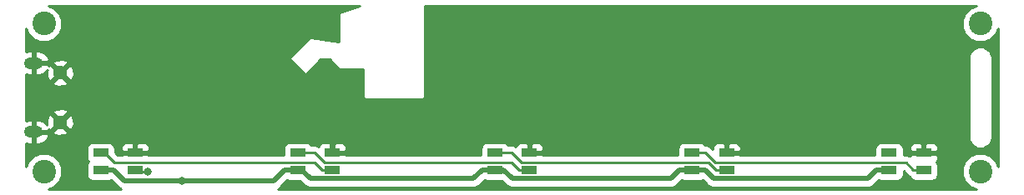
<source format=gtl>
G04 #@! TF.GenerationSoftware,KiCad,Pcbnew,(5.0.1-3-g963ef8bb5)*
G04 #@! TF.CreationDate,2019-09-07T00:25:15+09:00*
G04 #@! TF.ProjectId,switch42,73776974636834322E6B696361645F70,rev?*
G04 #@! TF.SameCoordinates,Original*
G04 #@! TF.FileFunction,Copper,L1,Top,Signal*
G04 #@! TF.FilePolarity,Positive*
%FSLAX46Y46*%
G04 Gerber Fmt 4.6, Leading zero omitted, Abs format (unit mm)*
G04 Created by KiCad (PCBNEW (5.0.1-3-g963ef8bb5)) date 2019 September 07, Saturday 00:25:15*
%MOMM*%
%LPD*%
G01*
G04 APERTURE LIST*
G04 #@! TA.AperFunction,ComponentPad*
%ADD10C,1.450000*%
G04 #@! TD*
G04 #@! TA.AperFunction,ComponentPad*
%ADD11O,1.900000X1.200000*%
G04 #@! TD*
G04 #@! TA.AperFunction,SMDPad,CuDef*
%ADD12R,1.600000X0.850000*%
G04 #@! TD*
G04 #@! TA.AperFunction,WasherPad*
%ADD13C,2.400000*%
G04 #@! TD*
G04 #@! TA.AperFunction,ViaPad*
%ADD14C,0.800000*%
G04 #@! TD*
G04 #@! TA.AperFunction,Conductor*
%ADD15C,0.500000*%
G04 #@! TD*
G04 #@! TA.AperFunction,Conductor*
%ADD16C,0.250000*%
G04 #@! TD*
G04 #@! TA.AperFunction,Conductor*
%ADD17C,0.254000*%
G04 #@! TD*
G04 APERTURE END LIST*
D10*
G04 #@! TO.P,J1,6*
G04 #@! TO.N,GND*
X64919300Y-57077000D03*
X64919300Y-52077000D03*
D11*
X62219300Y-58077000D03*
X62219300Y-51077000D03*
G04 #@! TD*
D12*
G04 #@! TO.P,D1,1*
G04 #@! TO.N,Net-(D1-Pad1)*
X69006800Y-60202000D03*
G04 #@! TO.P,D1,2*
G04 #@! TO.N,UVCC*
X69006800Y-61952000D03*
G04 #@! TO.P,D1,4*
G04 #@! TO.N,GND*
X72506800Y-60202000D03*
G04 #@! TO.P,D1,3*
G04 #@! TO.N,LED*
X72506800Y-61952000D03*
G04 #@! TD*
G04 #@! TO.P,D2,3*
G04 #@! TO.N,Net-(D1-Pad1)*
X92506800Y-61952000D03*
G04 #@! TO.P,D2,4*
G04 #@! TO.N,GND*
X92506800Y-60202000D03*
G04 #@! TO.P,D2,2*
G04 #@! TO.N,UVCC*
X89006800Y-61952000D03*
G04 #@! TO.P,D2,1*
G04 #@! TO.N,Net-(D2-Pad1)*
X89006800Y-60202000D03*
G04 #@! TD*
G04 #@! TO.P,D3,1*
G04 #@! TO.N,Net-(D3-Pad1)*
X109006800Y-60202000D03*
G04 #@! TO.P,D3,2*
G04 #@! TO.N,UVCC*
X109006800Y-61952000D03*
G04 #@! TO.P,D3,4*
G04 #@! TO.N,GND*
X112506800Y-60202000D03*
G04 #@! TO.P,D3,3*
G04 #@! TO.N,Net-(D2-Pad1)*
X112506800Y-61952000D03*
G04 #@! TD*
G04 #@! TO.P,D4,3*
G04 #@! TO.N,Net-(D3-Pad1)*
X132506800Y-61952000D03*
G04 #@! TO.P,D4,4*
G04 #@! TO.N,GND*
X132506800Y-60202000D03*
G04 #@! TO.P,D4,2*
G04 #@! TO.N,UVCC*
X129006800Y-61952000D03*
G04 #@! TO.P,D4,1*
G04 #@! TO.N,Net-(D4-Pad1)*
X129006800Y-60202000D03*
G04 #@! TD*
G04 #@! TO.P,D5,1*
G04 #@! TO.N,Net-(D5-Pad1)*
X149006800Y-60202000D03*
G04 #@! TO.P,D5,2*
G04 #@! TO.N,UVCC*
X149006800Y-61952000D03*
G04 #@! TO.P,D5,4*
G04 #@! TO.N,GND*
X152506800Y-60202000D03*
G04 #@! TO.P,D5,3*
G04 #@! TO.N,Net-(D4-Pad1)*
X152506800Y-61952000D03*
G04 #@! TD*
D13*
G04 #@! TO.P,Ref\002A\002A,*
G04 #@! TO.N,*
X158256800Y-47077000D03*
G04 #@! TD*
G04 #@! TO.P,Ref\002A\002A,*
G04 #@! TO.N,*
X158256800Y-62077000D03*
G04 #@! TD*
G04 #@! TO.P,Ref\002A\002A,*
G04 #@! TO.N,*
X63256800Y-47077000D03*
G04 #@! TD*
G04 #@! TO.P,Ref\002A\002A,*
G04 #@! TO.N,*
X63256800Y-62077000D03*
G04 #@! TD*
D14*
G04 #@! TO.N,UVCC*
X77256800Y-63077000D03*
G04 #@! TO.N,LED*
X73756800Y-62077000D03*
G04 #@! TO.N,GND*
X93808621Y-57577000D03*
G04 #@! TD*
D15*
G04 #@! TO.N,UVCC*
X69006800Y-61952000D02*
X69381800Y-61952000D01*
X69006800Y-61952000D02*
X68631800Y-61952000D01*
X87706800Y-61952000D02*
X89006800Y-61952000D01*
X70306800Y-61952000D02*
X71431800Y-63077000D01*
X86581800Y-63077000D02*
X87706800Y-61952000D01*
X69006800Y-61952000D02*
X70306800Y-61952000D01*
X107706800Y-61952000D02*
X109006800Y-61952000D01*
X90256801Y-62827001D02*
X106831799Y-62827001D01*
X106831799Y-62827001D02*
X107706800Y-61952000D01*
X89381800Y-61952000D02*
X90256801Y-62827001D01*
X89006800Y-61952000D02*
X89381800Y-61952000D01*
X126831799Y-62827001D02*
X127706800Y-61952000D01*
X110756801Y-62827001D02*
X126831799Y-62827001D01*
X109881800Y-61952000D02*
X110756801Y-62827001D01*
X127706800Y-61952000D02*
X129006800Y-61952000D01*
X109006800Y-61952000D02*
X109881800Y-61952000D01*
X147706800Y-61952000D02*
X149006800Y-61952000D01*
X131181801Y-62827001D02*
X146831799Y-62827001D01*
X130306800Y-61952000D02*
X131181801Y-62827001D01*
X146831799Y-62827001D02*
X147706800Y-61952000D01*
X129006800Y-61952000D02*
X130306800Y-61952000D01*
X77256800Y-63077000D02*
X86581800Y-63077000D01*
X71431800Y-63077000D02*
X77256800Y-63077000D01*
D16*
G04 #@! TO.N,LED*
X72631800Y-62077000D02*
X72506800Y-61952000D01*
X73756800Y-62077000D02*
X72631800Y-62077000D01*
D15*
G04 #@! TO.N,GND*
X92506800Y-58878821D02*
X93808621Y-57577000D01*
X92506800Y-60202000D02*
X92506800Y-58878821D01*
D16*
G04 #@! TO.N,Net-(D1-Pad1)*
X91456800Y-61952000D02*
X92506800Y-61952000D01*
X70381799Y-61201999D02*
X90706799Y-61201999D01*
X90706799Y-61201999D02*
X91456800Y-61952000D01*
X69381800Y-60202000D02*
X70381799Y-61201999D01*
X69006800Y-60202000D02*
X69381800Y-60202000D01*
G04 #@! TO.N,Net-(D2-Pad1)*
X111456800Y-61952000D02*
X112506800Y-61952000D01*
X91696797Y-61201999D02*
X110706799Y-61201999D01*
X90696798Y-60202000D02*
X91696797Y-61201999D01*
X110706799Y-61201999D02*
X111456800Y-61952000D01*
X89006800Y-60202000D02*
X90696798Y-60202000D01*
G04 #@! TO.N,Net-(D3-Pad1)*
X131456800Y-61952000D02*
X132506800Y-61952000D01*
X111696797Y-61201999D02*
X130706799Y-61201999D01*
X130706799Y-61201999D02*
X131456800Y-61952000D01*
X110696798Y-60202000D02*
X111696797Y-61201999D01*
X109006800Y-60202000D02*
X110696798Y-60202000D01*
G04 #@! TO.N,Net-(D4-Pad1)*
X151456800Y-61952000D02*
X152506800Y-61952000D01*
X150706799Y-61201999D02*
X151456800Y-61952000D01*
X130343210Y-60202000D02*
X131343209Y-61201999D01*
X131343209Y-61201999D02*
X150706799Y-61201999D01*
X129006800Y-60202000D02*
X130343210Y-60202000D01*
G04 #@! TD*
D17*
G04 #@! TO.N,GND*
G36*
X93216639Y-45956517D02*
X93166997Y-45987197D01*
X93139467Y-46028399D01*
X93129800Y-46077000D01*
X93129800Y-48927082D01*
X90277679Y-48451728D01*
X90208199Y-48459667D01*
X90166997Y-48487197D01*
X88166997Y-50487197D01*
X88139467Y-50528399D01*
X88129800Y-50577000D01*
X88139467Y-50625601D01*
X88166997Y-50666803D01*
X89666997Y-52166803D01*
X89708199Y-52194333D01*
X89756800Y-52204000D01*
X89805401Y-52194333D01*
X89846603Y-52166803D01*
X91309406Y-50704000D01*
X92204194Y-50704000D01*
X93166997Y-51666803D01*
X93208199Y-51694333D01*
X93256800Y-51704000D01*
X95629800Y-51704000D01*
X95629800Y-54577000D01*
X95639467Y-54625601D01*
X95666997Y-54666803D01*
X95708199Y-54694333D01*
X95756800Y-54704000D01*
X101756800Y-54704000D01*
X101805401Y-54694333D01*
X101846603Y-54666803D01*
X101874133Y-54625601D01*
X101883800Y-54577000D01*
X101883800Y-45272000D01*
X157819370Y-45272000D01*
X157217356Y-45521362D01*
X156701162Y-46037556D01*
X156421800Y-46711996D01*
X156421800Y-47442004D01*
X156701162Y-48116444D01*
X157217356Y-48632638D01*
X157891796Y-48912000D01*
X158621804Y-48912000D01*
X159296244Y-48632638D01*
X159812438Y-48116444D01*
X160061801Y-47514428D01*
X160061800Y-61639570D01*
X159812438Y-61037556D01*
X159296244Y-60521362D01*
X158621804Y-60242000D01*
X157891796Y-60242000D01*
X157217356Y-60521362D01*
X156701162Y-61037556D01*
X156421800Y-61711996D01*
X156421800Y-62442004D01*
X156701162Y-63116444D01*
X157217356Y-63632638D01*
X157819370Y-63882000D01*
X86969991Y-63882000D01*
X87219849Y-63715049D01*
X87269225Y-63641153D01*
X87944760Y-62965619D01*
X87959035Y-62975157D01*
X88206800Y-63024440D01*
X89202661Y-63024440D01*
X89569378Y-63391157D01*
X89618752Y-63465050D01*
X89692645Y-63514424D01*
X89692646Y-63514425D01*
X89789464Y-63579117D01*
X89911491Y-63660653D01*
X90169636Y-63712001D01*
X90169640Y-63712001D01*
X90256800Y-63729338D01*
X90343960Y-63712001D01*
X106744638Y-63712001D01*
X106831799Y-63729338D01*
X106918960Y-63712001D01*
X106918964Y-63712001D01*
X107177109Y-63660653D01*
X107469848Y-63465050D01*
X107519224Y-63391154D01*
X107944760Y-62965619D01*
X107959035Y-62975157D01*
X108206800Y-63024440D01*
X109702661Y-63024440D01*
X110069378Y-63391157D01*
X110118752Y-63465050D01*
X110192645Y-63514424D01*
X110192646Y-63514425D01*
X110289464Y-63579117D01*
X110411491Y-63660653D01*
X110669636Y-63712001D01*
X110669640Y-63712001D01*
X110756800Y-63729338D01*
X110843960Y-63712001D01*
X126744638Y-63712001D01*
X126831799Y-63729338D01*
X126918960Y-63712001D01*
X126918964Y-63712001D01*
X127177109Y-63660653D01*
X127469848Y-63465050D01*
X127519224Y-63391154D01*
X127944760Y-62965619D01*
X127959035Y-62975157D01*
X128206800Y-63024440D01*
X129806800Y-63024440D01*
X130054565Y-62975157D01*
X130068840Y-62965619D01*
X130494378Y-63391157D01*
X130543752Y-63465050D01*
X130617645Y-63514424D01*
X130617646Y-63514425D01*
X130714464Y-63579117D01*
X130836491Y-63660653D01*
X131094636Y-63712001D01*
X131094640Y-63712001D01*
X131181800Y-63729338D01*
X131268960Y-63712001D01*
X146744638Y-63712001D01*
X146831799Y-63729338D01*
X146918960Y-63712001D01*
X146918964Y-63712001D01*
X147177109Y-63660653D01*
X147469848Y-63465050D01*
X147519224Y-63391154D01*
X147944760Y-62965619D01*
X147959035Y-62975157D01*
X148206800Y-63024440D01*
X149806800Y-63024440D01*
X150054565Y-62975157D01*
X150264609Y-62834809D01*
X150404957Y-62624765D01*
X150454240Y-62377000D01*
X150454240Y-62024241D01*
X150866470Y-62436472D01*
X150908871Y-62499929D01*
X151119082Y-62640387D01*
X151248991Y-62834809D01*
X151459035Y-62975157D01*
X151706800Y-63024440D01*
X153306800Y-63024440D01*
X153554565Y-62975157D01*
X153764609Y-62834809D01*
X153904957Y-62624765D01*
X153954240Y-62377000D01*
X153954240Y-61527000D01*
X153904957Y-61279235D01*
X153764609Y-61069191D01*
X153763425Y-61068400D01*
X153845127Y-60986699D01*
X153941800Y-60753310D01*
X153941800Y-60487750D01*
X153783050Y-60329000D01*
X152633800Y-60329000D01*
X152633800Y-60349000D01*
X152379800Y-60349000D01*
X152379800Y-60329000D01*
X151230550Y-60329000D01*
X151071800Y-60487750D01*
X151071800Y-60531841D01*
X151003336Y-60486095D01*
X150781651Y-60441999D01*
X150781646Y-60441999D01*
X150706799Y-60427111D01*
X150631952Y-60441999D01*
X150454240Y-60441999D01*
X150454240Y-59777000D01*
X150429116Y-59650690D01*
X151071800Y-59650690D01*
X151071800Y-59916250D01*
X151230550Y-60075000D01*
X152379800Y-60075000D01*
X152379800Y-59300750D01*
X152633800Y-59300750D01*
X152633800Y-60075000D01*
X153783050Y-60075000D01*
X153941800Y-59916250D01*
X153941800Y-59650690D01*
X153845127Y-59417301D01*
X153666498Y-59238673D01*
X153433109Y-59142000D01*
X152792550Y-59142000D01*
X152633800Y-59300750D01*
X152379800Y-59300750D01*
X152221050Y-59142000D01*
X151580491Y-59142000D01*
X151347102Y-59238673D01*
X151168473Y-59417301D01*
X151071800Y-59650690D01*
X150429116Y-59650690D01*
X150404957Y-59529235D01*
X150264609Y-59319191D01*
X150054565Y-59178843D01*
X149806800Y-59129560D01*
X148206800Y-59129560D01*
X147959035Y-59178843D01*
X147748991Y-59319191D01*
X147608643Y-59529235D01*
X147559360Y-59777000D01*
X147559360Y-60441999D01*
X133896049Y-60441999D01*
X133783050Y-60329000D01*
X132633800Y-60329000D01*
X132633800Y-60349000D01*
X132379800Y-60349000D01*
X132379800Y-60329000D01*
X132359800Y-60329000D01*
X132359800Y-60075000D01*
X132379800Y-60075000D01*
X132379800Y-59300750D01*
X132633800Y-59300750D01*
X132633800Y-60075000D01*
X133783050Y-60075000D01*
X133941800Y-59916250D01*
X133941800Y-59650690D01*
X133845127Y-59417301D01*
X133666498Y-59238673D01*
X133433109Y-59142000D01*
X132792550Y-59142000D01*
X132633800Y-59300750D01*
X132379800Y-59300750D01*
X132221050Y-59142000D01*
X131580491Y-59142000D01*
X131347102Y-59238673D01*
X131168473Y-59417301D01*
X131071800Y-59650690D01*
X131071800Y-59855789D01*
X130933541Y-59717530D01*
X130891139Y-59654071D01*
X130639747Y-59486096D01*
X130418062Y-59442000D01*
X130418057Y-59442000D01*
X130343210Y-59427112D01*
X130337481Y-59428251D01*
X130264609Y-59319191D01*
X130054565Y-59178843D01*
X129806800Y-59129560D01*
X128206800Y-59129560D01*
X127959035Y-59178843D01*
X127748991Y-59319191D01*
X127608643Y-59529235D01*
X127559360Y-59777000D01*
X127559360Y-60441999D01*
X113896049Y-60441999D01*
X113783050Y-60329000D01*
X112633800Y-60329000D01*
X112633800Y-60349000D01*
X112379800Y-60349000D01*
X112379800Y-60329000D01*
X112359800Y-60329000D01*
X112359800Y-60075000D01*
X112379800Y-60075000D01*
X112379800Y-59300750D01*
X112633800Y-59300750D01*
X112633800Y-60075000D01*
X113783050Y-60075000D01*
X113941800Y-59916250D01*
X113941800Y-59650690D01*
X113845127Y-59417301D01*
X113666498Y-59238673D01*
X113433109Y-59142000D01*
X112792550Y-59142000D01*
X112633800Y-59300750D01*
X112379800Y-59300750D01*
X112221050Y-59142000D01*
X111580491Y-59142000D01*
X111347102Y-59238673D01*
X111168473Y-59417301D01*
X111108189Y-59562839D01*
X110993335Y-59486096D01*
X110771650Y-59442000D01*
X110771645Y-59442000D01*
X110696798Y-59427112D01*
X110621951Y-59442000D01*
X110346668Y-59442000D01*
X110264609Y-59319191D01*
X110054565Y-59178843D01*
X109806800Y-59129560D01*
X108206800Y-59129560D01*
X107959035Y-59178843D01*
X107748991Y-59319191D01*
X107608643Y-59529235D01*
X107559360Y-59777000D01*
X107559360Y-60441999D01*
X93896049Y-60441999D01*
X93783050Y-60329000D01*
X92633800Y-60329000D01*
X92633800Y-60349000D01*
X92379800Y-60349000D01*
X92379800Y-60329000D01*
X92359800Y-60329000D01*
X92359800Y-60075000D01*
X92379800Y-60075000D01*
X92379800Y-59300750D01*
X92633800Y-59300750D01*
X92633800Y-60075000D01*
X93783050Y-60075000D01*
X93941800Y-59916250D01*
X93941800Y-59650690D01*
X93845127Y-59417301D01*
X93666498Y-59238673D01*
X93433109Y-59142000D01*
X92792550Y-59142000D01*
X92633800Y-59300750D01*
X92379800Y-59300750D01*
X92221050Y-59142000D01*
X91580491Y-59142000D01*
X91347102Y-59238673D01*
X91168473Y-59417301D01*
X91108189Y-59562839D01*
X90993335Y-59486096D01*
X90771650Y-59442000D01*
X90771645Y-59442000D01*
X90696798Y-59427112D01*
X90621951Y-59442000D01*
X90346668Y-59442000D01*
X90264609Y-59319191D01*
X90054565Y-59178843D01*
X89806800Y-59129560D01*
X88206800Y-59129560D01*
X87959035Y-59178843D01*
X87748991Y-59319191D01*
X87608643Y-59529235D01*
X87559360Y-59777000D01*
X87559360Y-60441999D01*
X73896049Y-60441999D01*
X73783050Y-60329000D01*
X72633800Y-60329000D01*
X72633800Y-60349000D01*
X72379800Y-60349000D01*
X72379800Y-60329000D01*
X71230550Y-60329000D01*
X71117551Y-60441999D01*
X70696601Y-60441999D01*
X70454240Y-60199638D01*
X70454240Y-59777000D01*
X70429116Y-59650690D01*
X71071800Y-59650690D01*
X71071800Y-59916250D01*
X71230550Y-60075000D01*
X72379800Y-60075000D01*
X72379800Y-59300750D01*
X72633800Y-59300750D01*
X72633800Y-60075000D01*
X73783050Y-60075000D01*
X73941800Y-59916250D01*
X73941800Y-59650690D01*
X73845127Y-59417301D01*
X73666498Y-59238673D01*
X73433109Y-59142000D01*
X72792550Y-59142000D01*
X72633800Y-59300750D01*
X72379800Y-59300750D01*
X72221050Y-59142000D01*
X71580491Y-59142000D01*
X71347102Y-59238673D01*
X71168473Y-59417301D01*
X71071800Y-59650690D01*
X70429116Y-59650690D01*
X70404957Y-59529235D01*
X70264609Y-59319191D01*
X70054565Y-59178843D01*
X69806800Y-59129560D01*
X68206800Y-59129560D01*
X67959035Y-59178843D01*
X67748991Y-59319191D01*
X67608643Y-59529235D01*
X67559360Y-59777000D01*
X67559360Y-60627000D01*
X67608643Y-60874765D01*
X67743773Y-61077000D01*
X67608643Y-61279235D01*
X67559360Y-61527000D01*
X67559360Y-62377000D01*
X67608643Y-62624765D01*
X67748991Y-62834809D01*
X67959035Y-62975157D01*
X68206800Y-63024440D01*
X69806800Y-63024440D01*
X70054565Y-62975157D01*
X70068840Y-62965619D01*
X70744377Y-63641156D01*
X70793751Y-63715049D01*
X70867644Y-63764423D01*
X70867645Y-63764424D01*
X70959869Y-63826046D01*
X71043609Y-63882000D01*
X63694230Y-63882000D01*
X64296244Y-63632638D01*
X64812438Y-63116444D01*
X65091800Y-62442004D01*
X65091800Y-61711996D01*
X64812438Y-61037556D01*
X64296244Y-60521362D01*
X63621804Y-60242000D01*
X62891796Y-60242000D01*
X62217356Y-60521362D01*
X61701162Y-61037556D01*
X61451800Y-61639570D01*
X61451800Y-59222512D01*
X61742300Y-59312000D01*
X62092300Y-59312000D01*
X62092300Y-58204000D01*
X62346300Y-58204000D01*
X62346300Y-59312000D01*
X62696300Y-59312000D01*
X63159247Y-59169390D01*
X63532380Y-58860474D01*
X63646649Y-58644461D01*
X157071800Y-58644461D01*
X157084962Y-58710631D01*
X157084962Y-58710636D01*
X157123022Y-58901978D01*
X157123023Y-58901980D01*
X157123023Y-58901982D01*
X157170529Y-59016671D01*
X157225303Y-59148907D01*
X157225304Y-59148908D01*
X157225305Y-59148910D01*
X157333692Y-59311121D01*
X157428186Y-59405614D01*
X157522679Y-59500108D01*
X157684890Y-59608495D01*
X157684892Y-59608496D01*
X157684893Y-59608497D01*
X157794919Y-59654071D01*
X157931818Y-59710777D01*
X157931820Y-59710777D01*
X157931822Y-59710778D01*
X158123165Y-59748838D01*
X158390436Y-59748838D01*
X158581778Y-59710778D01*
X158581780Y-59710777D01*
X158581782Y-59710777D01*
X158718681Y-59654071D01*
X158828707Y-59608497D01*
X158828708Y-59608496D01*
X158828710Y-59608495D01*
X158990921Y-59500108D01*
X159085414Y-59405614D01*
X159179908Y-59311121D01*
X159288295Y-59148910D01*
X159288296Y-59148908D01*
X159288297Y-59148907D01*
X159343071Y-59016671D01*
X159390577Y-58901982D01*
X159390577Y-58901980D01*
X159390578Y-58901978D01*
X159428638Y-58710635D01*
X159428638Y-58710632D01*
X159441800Y-58644462D01*
X159441800Y-50509538D01*
X159428638Y-50443368D01*
X159428638Y-50443365D01*
X159390578Y-50252022D01*
X159390577Y-50252020D01*
X159390577Y-50252018D01*
X159323389Y-50089813D01*
X159288297Y-50005093D01*
X159288295Y-50005091D01*
X159288295Y-50005090D01*
X159179908Y-49842879D01*
X159050847Y-49713819D01*
X158990921Y-49653892D01*
X158828710Y-49545505D01*
X158828708Y-49545504D01*
X158828707Y-49545503D01*
X158696471Y-49490729D01*
X158581782Y-49443223D01*
X158581780Y-49443223D01*
X158581778Y-49443222D01*
X158390436Y-49405162D01*
X158123165Y-49405162D01*
X157931822Y-49443222D01*
X157931820Y-49443223D01*
X157931818Y-49443223D01*
X157817129Y-49490729D01*
X157684893Y-49545503D01*
X157684892Y-49545504D01*
X157684890Y-49545505D01*
X157522679Y-49653892D01*
X157462753Y-49713819D01*
X157333692Y-49842879D01*
X157225305Y-50005090D01*
X157225305Y-50005091D01*
X157225303Y-50005093D01*
X157190211Y-50089813D01*
X157123023Y-50252018D01*
X157123023Y-50252020D01*
X157123022Y-50252022D01*
X157084962Y-50443364D01*
X157084962Y-50443373D01*
X157071801Y-50509538D01*
X157071800Y-58644461D01*
X63646649Y-58644461D01*
X63758892Y-58432281D01*
X63762762Y-58394609D01*
X63638031Y-58204000D01*
X62346300Y-58204000D01*
X62092300Y-58204000D01*
X62072300Y-58204000D01*
X62072300Y-58030398D01*
X64145507Y-58030398D01*
X64210422Y-58268753D01*
X64720446Y-58449312D01*
X65260744Y-58420949D01*
X65628178Y-58268753D01*
X65693093Y-58030398D01*
X64919300Y-57256605D01*
X64145507Y-58030398D01*
X62072300Y-58030398D01*
X62072300Y-57950000D01*
X62092300Y-57950000D01*
X62092300Y-56842000D01*
X62346300Y-56842000D01*
X62346300Y-57950000D01*
X63638031Y-57950000D01*
X63742724Y-57790012D01*
X63965902Y-57850793D01*
X64739695Y-57077000D01*
X65098905Y-57077000D01*
X65872698Y-57850793D01*
X66111053Y-57785878D01*
X66291612Y-57275854D01*
X66263249Y-56735556D01*
X66111053Y-56368122D01*
X65872698Y-56303207D01*
X65098905Y-57077000D01*
X64739695Y-57077000D01*
X63965902Y-56303207D01*
X63727547Y-56368122D01*
X63546988Y-56878146D01*
X63572805Y-57369945D01*
X63532380Y-57293526D01*
X63159247Y-56984610D01*
X62696300Y-56842000D01*
X62346300Y-56842000D01*
X62092300Y-56842000D01*
X61742300Y-56842000D01*
X61451800Y-56931488D01*
X61451800Y-56123602D01*
X64145507Y-56123602D01*
X64919300Y-56897395D01*
X65693093Y-56123602D01*
X65628178Y-55885247D01*
X65118154Y-55704688D01*
X64577856Y-55733051D01*
X64210422Y-55885247D01*
X64145507Y-56123602D01*
X61451800Y-56123602D01*
X61451800Y-53030398D01*
X64145507Y-53030398D01*
X64210422Y-53268753D01*
X64720446Y-53449312D01*
X65260744Y-53420949D01*
X65628178Y-53268753D01*
X65693093Y-53030398D01*
X64919300Y-52256605D01*
X64145507Y-53030398D01*
X61451800Y-53030398D01*
X61451800Y-52222512D01*
X61742300Y-52312000D01*
X62092300Y-52312000D01*
X62092300Y-51204000D01*
X62346300Y-51204000D01*
X62346300Y-52312000D01*
X62696300Y-52312000D01*
X63159247Y-52169390D01*
X63532380Y-51860474D01*
X63595458Y-51741232D01*
X63546988Y-51878146D01*
X63575351Y-52418444D01*
X63727547Y-52785878D01*
X63965902Y-52850793D01*
X64739695Y-52077000D01*
X65098905Y-52077000D01*
X65872698Y-52850793D01*
X66111053Y-52785878D01*
X66291612Y-52275854D01*
X66263249Y-51735556D01*
X66111053Y-51368122D01*
X65872698Y-51303207D01*
X65098905Y-52077000D01*
X64739695Y-52077000D01*
X63965902Y-51303207D01*
X63742724Y-51363988D01*
X63638031Y-51204000D01*
X62346300Y-51204000D01*
X62092300Y-51204000D01*
X62072300Y-51204000D01*
X62072300Y-51123602D01*
X64145507Y-51123602D01*
X64919300Y-51897395D01*
X65693093Y-51123602D01*
X65628178Y-50885247D01*
X65118154Y-50704688D01*
X64577856Y-50733051D01*
X64210422Y-50885247D01*
X64145507Y-51123602D01*
X62072300Y-51123602D01*
X62072300Y-50950000D01*
X62092300Y-50950000D01*
X62092300Y-49842000D01*
X62346300Y-49842000D01*
X62346300Y-50950000D01*
X63638031Y-50950000D01*
X63762762Y-50759391D01*
X63758892Y-50721719D01*
X63532380Y-50293526D01*
X63159247Y-49984610D01*
X62696300Y-49842000D01*
X62346300Y-49842000D01*
X62092300Y-49842000D01*
X61742300Y-49842000D01*
X61451800Y-49931488D01*
X61451800Y-47514430D01*
X61701162Y-48116444D01*
X62217356Y-48632638D01*
X62891796Y-48912000D01*
X63621804Y-48912000D01*
X64296244Y-48632638D01*
X64812438Y-48116444D01*
X65091800Y-47442004D01*
X65091800Y-46711996D01*
X64812438Y-46037556D01*
X64296244Y-45521362D01*
X63694230Y-45272000D01*
X95270190Y-45272000D01*
X93216639Y-45956517D01*
X93216639Y-45956517D01*
G37*
X93216639Y-45956517D02*
X93166997Y-45987197D01*
X93139467Y-46028399D01*
X93129800Y-46077000D01*
X93129800Y-48927082D01*
X90277679Y-48451728D01*
X90208199Y-48459667D01*
X90166997Y-48487197D01*
X88166997Y-50487197D01*
X88139467Y-50528399D01*
X88129800Y-50577000D01*
X88139467Y-50625601D01*
X88166997Y-50666803D01*
X89666997Y-52166803D01*
X89708199Y-52194333D01*
X89756800Y-52204000D01*
X89805401Y-52194333D01*
X89846603Y-52166803D01*
X91309406Y-50704000D01*
X92204194Y-50704000D01*
X93166997Y-51666803D01*
X93208199Y-51694333D01*
X93256800Y-51704000D01*
X95629800Y-51704000D01*
X95629800Y-54577000D01*
X95639467Y-54625601D01*
X95666997Y-54666803D01*
X95708199Y-54694333D01*
X95756800Y-54704000D01*
X101756800Y-54704000D01*
X101805401Y-54694333D01*
X101846603Y-54666803D01*
X101874133Y-54625601D01*
X101883800Y-54577000D01*
X101883800Y-45272000D01*
X157819370Y-45272000D01*
X157217356Y-45521362D01*
X156701162Y-46037556D01*
X156421800Y-46711996D01*
X156421800Y-47442004D01*
X156701162Y-48116444D01*
X157217356Y-48632638D01*
X157891796Y-48912000D01*
X158621804Y-48912000D01*
X159296244Y-48632638D01*
X159812438Y-48116444D01*
X160061801Y-47514428D01*
X160061800Y-61639570D01*
X159812438Y-61037556D01*
X159296244Y-60521362D01*
X158621804Y-60242000D01*
X157891796Y-60242000D01*
X157217356Y-60521362D01*
X156701162Y-61037556D01*
X156421800Y-61711996D01*
X156421800Y-62442004D01*
X156701162Y-63116444D01*
X157217356Y-63632638D01*
X157819370Y-63882000D01*
X86969991Y-63882000D01*
X87219849Y-63715049D01*
X87269225Y-63641153D01*
X87944760Y-62965619D01*
X87959035Y-62975157D01*
X88206800Y-63024440D01*
X89202661Y-63024440D01*
X89569378Y-63391157D01*
X89618752Y-63465050D01*
X89692645Y-63514424D01*
X89692646Y-63514425D01*
X89789464Y-63579117D01*
X89911491Y-63660653D01*
X90169636Y-63712001D01*
X90169640Y-63712001D01*
X90256800Y-63729338D01*
X90343960Y-63712001D01*
X106744638Y-63712001D01*
X106831799Y-63729338D01*
X106918960Y-63712001D01*
X106918964Y-63712001D01*
X107177109Y-63660653D01*
X107469848Y-63465050D01*
X107519224Y-63391154D01*
X107944760Y-62965619D01*
X107959035Y-62975157D01*
X108206800Y-63024440D01*
X109702661Y-63024440D01*
X110069378Y-63391157D01*
X110118752Y-63465050D01*
X110192645Y-63514424D01*
X110192646Y-63514425D01*
X110289464Y-63579117D01*
X110411491Y-63660653D01*
X110669636Y-63712001D01*
X110669640Y-63712001D01*
X110756800Y-63729338D01*
X110843960Y-63712001D01*
X126744638Y-63712001D01*
X126831799Y-63729338D01*
X126918960Y-63712001D01*
X126918964Y-63712001D01*
X127177109Y-63660653D01*
X127469848Y-63465050D01*
X127519224Y-63391154D01*
X127944760Y-62965619D01*
X127959035Y-62975157D01*
X128206800Y-63024440D01*
X129806800Y-63024440D01*
X130054565Y-62975157D01*
X130068840Y-62965619D01*
X130494378Y-63391157D01*
X130543752Y-63465050D01*
X130617645Y-63514424D01*
X130617646Y-63514425D01*
X130714464Y-63579117D01*
X130836491Y-63660653D01*
X131094636Y-63712001D01*
X131094640Y-63712001D01*
X131181800Y-63729338D01*
X131268960Y-63712001D01*
X146744638Y-63712001D01*
X146831799Y-63729338D01*
X146918960Y-63712001D01*
X146918964Y-63712001D01*
X147177109Y-63660653D01*
X147469848Y-63465050D01*
X147519224Y-63391154D01*
X147944760Y-62965619D01*
X147959035Y-62975157D01*
X148206800Y-63024440D01*
X149806800Y-63024440D01*
X150054565Y-62975157D01*
X150264609Y-62834809D01*
X150404957Y-62624765D01*
X150454240Y-62377000D01*
X150454240Y-62024241D01*
X150866470Y-62436472D01*
X150908871Y-62499929D01*
X151119082Y-62640387D01*
X151248991Y-62834809D01*
X151459035Y-62975157D01*
X151706800Y-63024440D01*
X153306800Y-63024440D01*
X153554565Y-62975157D01*
X153764609Y-62834809D01*
X153904957Y-62624765D01*
X153954240Y-62377000D01*
X153954240Y-61527000D01*
X153904957Y-61279235D01*
X153764609Y-61069191D01*
X153763425Y-61068400D01*
X153845127Y-60986699D01*
X153941800Y-60753310D01*
X153941800Y-60487750D01*
X153783050Y-60329000D01*
X152633800Y-60329000D01*
X152633800Y-60349000D01*
X152379800Y-60349000D01*
X152379800Y-60329000D01*
X151230550Y-60329000D01*
X151071800Y-60487750D01*
X151071800Y-60531841D01*
X151003336Y-60486095D01*
X150781651Y-60441999D01*
X150781646Y-60441999D01*
X150706799Y-60427111D01*
X150631952Y-60441999D01*
X150454240Y-60441999D01*
X150454240Y-59777000D01*
X150429116Y-59650690D01*
X151071800Y-59650690D01*
X151071800Y-59916250D01*
X151230550Y-60075000D01*
X152379800Y-60075000D01*
X152379800Y-59300750D01*
X152633800Y-59300750D01*
X152633800Y-60075000D01*
X153783050Y-60075000D01*
X153941800Y-59916250D01*
X153941800Y-59650690D01*
X153845127Y-59417301D01*
X153666498Y-59238673D01*
X153433109Y-59142000D01*
X152792550Y-59142000D01*
X152633800Y-59300750D01*
X152379800Y-59300750D01*
X152221050Y-59142000D01*
X151580491Y-59142000D01*
X151347102Y-59238673D01*
X151168473Y-59417301D01*
X151071800Y-59650690D01*
X150429116Y-59650690D01*
X150404957Y-59529235D01*
X150264609Y-59319191D01*
X150054565Y-59178843D01*
X149806800Y-59129560D01*
X148206800Y-59129560D01*
X147959035Y-59178843D01*
X147748991Y-59319191D01*
X147608643Y-59529235D01*
X147559360Y-59777000D01*
X147559360Y-60441999D01*
X133896049Y-60441999D01*
X133783050Y-60329000D01*
X132633800Y-60329000D01*
X132633800Y-60349000D01*
X132379800Y-60349000D01*
X132379800Y-60329000D01*
X132359800Y-60329000D01*
X132359800Y-60075000D01*
X132379800Y-60075000D01*
X132379800Y-59300750D01*
X132633800Y-59300750D01*
X132633800Y-60075000D01*
X133783050Y-60075000D01*
X133941800Y-59916250D01*
X133941800Y-59650690D01*
X133845127Y-59417301D01*
X133666498Y-59238673D01*
X133433109Y-59142000D01*
X132792550Y-59142000D01*
X132633800Y-59300750D01*
X132379800Y-59300750D01*
X132221050Y-59142000D01*
X131580491Y-59142000D01*
X131347102Y-59238673D01*
X131168473Y-59417301D01*
X131071800Y-59650690D01*
X131071800Y-59855789D01*
X130933541Y-59717530D01*
X130891139Y-59654071D01*
X130639747Y-59486096D01*
X130418062Y-59442000D01*
X130418057Y-59442000D01*
X130343210Y-59427112D01*
X130337481Y-59428251D01*
X130264609Y-59319191D01*
X130054565Y-59178843D01*
X129806800Y-59129560D01*
X128206800Y-59129560D01*
X127959035Y-59178843D01*
X127748991Y-59319191D01*
X127608643Y-59529235D01*
X127559360Y-59777000D01*
X127559360Y-60441999D01*
X113896049Y-60441999D01*
X113783050Y-60329000D01*
X112633800Y-60329000D01*
X112633800Y-60349000D01*
X112379800Y-60349000D01*
X112379800Y-60329000D01*
X112359800Y-60329000D01*
X112359800Y-60075000D01*
X112379800Y-60075000D01*
X112379800Y-59300750D01*
X112633800Y-59300750D01*
X112633800Y-60075000D01*
X113783050Y-60075000D01*
X113941800Y-59916250D01*
X113941800Y-59650690D01*
X113845127Y-59417301D01*
X113666498Y-59238673D01*
X113433109Y-59142000D01*
X112792550Y-59142000D01*
X112633800Y-59300750D01*
X112379800Y-59300750D01*
X112221050Y-59142000D01*
X111580491Y-59142000D01*
X111347102Y-59238673D01*
X111168473Y-59417301D01*
X111108189Y-59562839D01*
X110993335Y-59486096D01*
X110771650Y-59442000D01*
X110771645Y-59442000D01*
X110696798Y-59427112D01*
X110621951Y-59442000D01*
X110346668Y-59442000D01*
X110264609Y-59319191D01*
X110054565Y-59178843D01*
X109806800Y-59129560D01*
X108206800Y-59129560D01*
X107959035Y-59178843D01*
X107748991Y-59319191D01*
X107608643Y-59529235D01*
X107559360Y-59777000D01*
X107559360Y-60441999D01*
X93896049Y-60441999D01*
X93783050Y-60329000D01*
X92633800Y-60329000D01*
X92633800Y-60349000D01*
X92379800Y-60349000D01*
X92379800Y-60329000D01*
X92359800Y-60329000D01*
X92359800Y-60075000D01*
X92379800Y-60075000D01*
X92379800Y-59300750D01*
X92633800Y-59300750D01*
X92633800Y-60075000D01*
X93783050Y-60075000D01*
X93941800Y-59916250D01*
X93941800Y-59650690D01*
X93845127Y-59417301D01*
X93666498Y-59238673D01*
X93433109Y-59142000D01*
X92792550Y-59142000D01*
X92633800Y-59300750D01*
X92379800Y-59300750D01*
X92221050Y-59142000D01*
X91580491Y-59142000D01*
X91347102Y-59238673D01*
X91168473Y-59417301D01*
X91108189Y-59562839D01*
X90993335Y-59486096D01*
X90771650Y-59442000D01*
X90771645Y-59442000D01*
X90696798Y-59427112D01*
X90621951Y-59442000D01*
X90346668Y-59442000D01*
X90264609Y-59319191D01*
X90054565Y-59178843D01*
X89806800Y-59129560D01*
X88206800Y-59129560D01*
X87959035Y-59178843D01*
X87748991Y-59319191D01*
X87608643Y-59529235D01*
X87559360Y-59777000D01*
X87559360Y-60441999D01*
X73896049Y-60441999D01*
X73783050Y-60329000D01*
X72633800Y-60329000D01*
X72633800Y-60349000D01*
X72379800Y-60349000D01*
X72379800Y-60329000D01*
X71230550Y-60329000D01*
X71117551Y-60441999D01*
X70696601Y-60441999D01*
X70454240Y-60199638D01*
X70454240Y-59777000D01*
X70429116Y-59650690D01*
X71071800Y-59650690D01*
X71071800Y-59916250D01*
X71230550Y-60075000D01*
X72379800Y-60075000D01*
X72379800Y-59300750D01*
X72633800Y-59300750D01*
X72633800Y-60075000D01*
X73783050Y-60075000D01*
X73941800Y-59916250D01*
X73941800Y-59650690D01*
X73845127Y-59417301D01*
X73666498Y-59238673D01*
X73433109Y-59142000D01*
X72792550Y-59142000D01*
X72633800Y-59300750D01*
X72379800Y-59300750D01*
X72221050Y-59142000D01*
X71580491Y-59142000D01*
X71347102Y-59238673D01*
X71168473Y-59417301D01*
X71071800Y-59650690D01*
X70429116Y-59650690D01*
X70404957Y-59529235D01*
X70264609Y-59319191D01*
X70054565Y-59178843D01*
X69806800Y-59129560D01*
X68206800Y-59129560D01*
X67959035Y-59178843D01*
X67748991Y-59319191D01*
X67608643Y-59529235D01*
X67559360Y-59777000D01*
X67559360Y-60627000D01*
X67608643Y-60874765D01*
X67743773Y-61077000D01*
X67608643Y-61279235D01*
X67559360Y-61527000D01*
X67559360Y-62377000D01*
X67608643Y-62624765D01*
X67748991Y-62834809D01*
X67959035Y-62975157D01*
X68206800Y-63024440D01*
X69806800Y-63024440D01*
X70054565Y-62975157D01*
X70068840Y-62965619D01*
X70744377Y-63641156D01*
X70793751Y-63715049D01*
X70867644Y-63764423D01*
X70867645Y-63764424D01*
X70959869Y-63826046D01*
X71043609Y-63882000D01*
X63694230Y-63882000D01*
X64296244Y-63632638D01*
X64812438Y-63116444D01*
X65091800Y-62442004D01*
X65091800Y-61711996D01*
X64812438Y-61037556D01*
X64296244Y-60521362D01*
X63621804Y-60242000D01*
X62891796Y-60242000D01*
X62217356Y-60521362D01*
X61701162Y-61037556D01*
X61451800Y-61639570D01*
X61451800Y-59222512D01*
X61742300Y-59312000D01*
X62092300Y-59312000D01*
X62092300Y-58204000D01*
X62346300Y-58204000D01*
X62346300Y-59312000D01*
X62696300Y-59312000D01*
X63159247Y-59169390D01*
X63532380Y-58860474D01*
X63646649Y-58644461D01*
X157071800Y-58644461D01*
X157084962Y-58710631D01*
X157084962Y-58710636D01*
X157123022Y-58901978D01*
X157123023Y-58901980D01*
X157123023Y-58901982D01*
X157170529Y-59016671D01*
X157225303Y-59148907D01*
X157225304Y-59148908D01*
X157225305Y-59148910D01*
X157333692Y-59311121D01*
X157428186Y-59405614D01*
X157522679Y-59500108D01*
X157684890Y-59608495D01*
X157684892Y-59608496D01*
X157684893Y-59608497D01*
X157794919Y-59654071D01*
X157931818Y-59710777D01*
X157931820Y-59710777D01*
X157931822Y-59710778D01*
X158123165Y-59748838D01*
X158390436Y-59748838D01*
X158581778Y-59710778D01*
X158581780Y-59710777D01*
X158581782Y-59710777D01*
X158718681Y-59654071D01*
X158828707Y-59608497D01*
X158828708Y-59608496D01*
X158828710Y-59608495D01*
X158990921Y-59500108D01*
X159085414Y-59405614D01*
X159179908Y-59311121D01*
X159288295Y-59148910D01*
X159288296Y-59148908D01*
X159288297Y-59148907D01*
X159343071Y-59016671D01*
X159390577Y-58901982D01*
X159390577Y-58901980D01*
X159390578Y-58901978D01*
X159428638Y-58710635D01*
X159428638Y-58710632D01*
X159441800Y-58644462D01*
X159441800Y-50509538D01*
X159428638Y-50443368D01*
X159428638Y-50443365D01*
X159390578Y-50252022D01*
X159390577Y-50252020D01*
X159390577Y-50252018D01*
X159323389Y-50089813D01*
X159288297Y-50005093D01*
X159288295Y-50005091D01*
X159288295Y-50005090D01*
X159179908Y-49842879D01*
X159050847Y-49713819D01*
X158990921Y-49653892D01*
X158828710Y-49545505D01*
X158828708Y-49545504D01*
X158828707Y-49545503D01*
X158696471Y-49490729D01*
X158581782Y-49443223D01*
X158581780Y-49443223D01*
X158581778Y-49443222D01*
X158390436Y-49405162D01*
X158123165Y-49405162D01*
X157931822Y-49443222D01*
X157931820Y-49443223D01*
X157931818Y-49443223D01*
X157817129Y-49490729D01*
X157684893Y-49545503D01*
X157684892Y-49545504D01*
X157684890Y-49545505D01*
X157522679Y-49653892D01*
X157462753Y-49713819D01*
X157333692Y-49842879D01*
X157225305Y-50005090D01*
X157225305Y-50005091D01*
X157225303Y-50005093D01*
X157190211Y-50089813D01*
X157123023Y-50252018D01*
X157123023Y-50252020D01*
X157123022Y-50252022D01*
X157084962Y-50443364D01*
X157084962Y-50443373D01*
X157071801Y-50509538D01*
X157071800Y-58644461D01*
X63646649Y-58644461D01*
X63758892Y-58432281D01*
X63762762Y-58394609D01*
X63638031Y-58204000D01*
X62346300Y-58204000D01*
X62092300Y-58204000D01*
X62072300Y-58204000D01*
X62072300Y-58030398D01*
X64145507Y-58030398D01*
X64210422Y-58268753D01*
X64720446Y-58449312D01*
X65260744Y-58420949D01*
X65628178Y-58268753D01*
X65693093Y-58030398D01*
X64919300Y-57256605D01*
X64145507Y-58030398D01*
X62072300Y-58030398D01*
X62072300Y-57950000D01*
X62092300Y-57950000D01*
X62092300Y-56842000D01*
X62346300Y-56842000D01*
X62346300Y-57950000D01*
X63638031Y-57950000D01*
X63742724Y-57790012D01*
X63965902Y-57850793D01*
X64739695Y-57077000D01*
X65098905Y-57077000D01*
X65872698Y-57850793D01*
X66111053Y-57785878D01*
X66291612Y-57275854D01*
X66263249Y-56735556D01*
X66111053Y-56368122D01*
X65872698Y-56303207D01*
X65098905Y-57077000D01*
X64739695Y-57077000D01*
X63965902Y-56303207D01*
X63727547Y-56368122D01*
X63546988Y-56878146D01*
X63572805Y-57369945D01*
X63532380Y-57293526D01*
X63159247Y-56984610D01*
X62696300Y-56842000D01*
X62346300Y-56842000D01*
X62092300Y-56842000D01*
X61742300Y-56842000D01*
X61451800Y-56931488D01*
X61451800Y-56123602D01*
X64145507Y-56123602D01*
X64919300Y-56897395D01*
X65693093Y-56123602D01*
X65628178Y-55885247D01*
X65118154Y-55704688D01*
X64577856Y-55733051D01*
X64210422Y-55885247D01*
X64145507Y-56123602D01*
X61451800Y-56123602D01*
X61451800Y-53030398D01*
X64145507Y-53030398D01*
X64210422Y-53268753D01*
X64720446Y-53449312D01*
X65260744Y-53420949D01*
X65628178Y-53268753D01*
X65693093Y-53030398D01*
X64919300Y-52256605D01*
X64145507Y-53030398D01*
X61451800Y-53030398D01*
X61451800Y-52222512D01*
X61742300Y-52312000D01*
X62092300Y-52312000D01*
X62092300Y-51204000D01*
X62346300Y-51204000D01*
X62346300Y-52312000D01*
X62696300Y-52312000D01*
X63159247Y-52169390D01*
X63532380Y-51860474D01*
X63595458Y-51741232D01*
X63546988Y-51878146D01*
X63575351Y-52418444D01*
X63727547Y-52785878D01*
X63965902Y-52850793D01*
X64739695Y-52077000D01*
X65098905Y-52077000D01*
X65872698Y-52850793D01*
X66111053Y-52785878D01*
X66291612Y-52275854D01*
X66263249Y-51735556D01*
X66111053Y-51368122D01*
X65872698Y-51303207D01*
X65098905Y-52077000D01*
X64739695Y-52077000D01*
X63965902Y-51303207D01*
X63742724Y-51363988D01*
X63638031Y-51204000D01*
X62346300Y-51204000D01*
X62092300Y-51204000D01*
X62072300Y-51204000D01*
X62072300Y-51123602D01*
X64145507Y-51123602D01*
X64919300Y-51897395D01*
X65693093Y-51123602D01*
X65628178Y-50885247D01*
X65118154Y-50704688D01*
X64577856Y-50733051D01*
X64210422Y-50885247D01*
X64145507Y-51123602D01*
X62072300Y-51123602D01*
X62072300Y-50950000D01*
X62092300Y-50950000D01*
X62092300Y-49842000D01*
X62346300Y-49842000D01*
X62346300Y-50950000D01*
X63638031Y-50950000D01*
X63762762Y-50759391D01*
X63758892Y-50721719D01*
X63532380Y-50293526D01*
X63159247Y-49984610D01*
X62696300Y-49842000D01*
X62346300Y-49842000D01*
X62092300Y-49842000D01*
X61742300Y-49842000D01*
X61451800Y-49931488D01*
X61451800Y-47514430D01*
X61701162Y-48116444D01*
X62217356Y-48632638D01*
X62891796Y-48912000D01*
X63621804Y-48912000D01*
X64296244Y-48632638D01*
X64812438Y-48116444D01*
X65091800Y-47442004D01*
X65091800Y-46711996D01*
X64812438Y-46037556D01*
X64296244Y-45521362D01*
X63694230Y-45272000D01*
X95270190Y-45272000D01*
X93216639Y-45956517D01*
G04 #@! TD*
M02*

</source>
